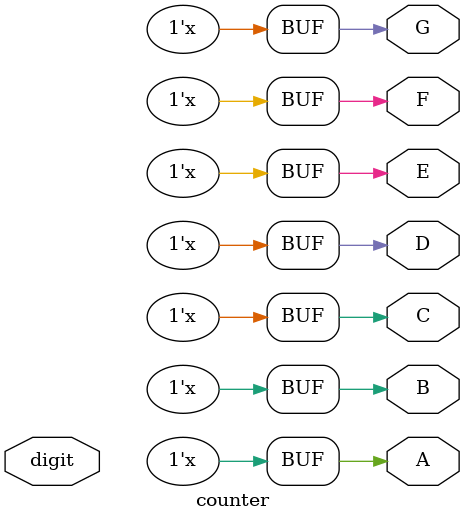
<source format=v>
`timescale 1ns / 1ps

 // Basically an encoder for our display! (I think)
module counter(
input [7:0] digit,
output  reg  A,
output reg B,
output reg C,
output reg D,
output reg E,
output reg F,
output reg G
    );

reg [6:0] encde = 7'b0000000; 

always@ (digit) begin
    case(digit)
        8'b00000000 : encde <= 7'b1111110;//0 //I believe this turns our 8 digit binary score into one that can be read on 7 screens
        8'b00000001 : encde <= 7'b0110000;//1
        8'b00000010 : encde <= 7'b1101101;//2
        8'b00000011 : encde <= 7'b1111001;//3
        8'b00000100 : encde <= 7'b0110011;//4       
        8'b00000101 : encde <= 7'b1011011;//5
        8'b00000110 : encde <= 7'b1011111;//6
        8'b00000111 : encde <= 7'b1110000;//7
        8'b00001000 : encde <= 7'b1111111;//8
        8'b00001001 : encde <= 7'b1111011;//9
        8'b00001010 : encde <= 7'b1011011;//S
        8'b00001100 : encde <= 7'b1001110;//C
        8'b00001011 : encde <= 7'b1000110;//R
        8'b00001110 : encde <= 7'b1001111;//E
        8'b00010001 : encde <= 7'b0001110;//L
        8'b11111110 : encde <= 7'b0000001;//minus
        8'b11111111 : encde <= 7'b0000000;//empty
        endcase

   A = ~encde[6];
   B = ~encde[5];
   C = ~encde[4];
   D = ~encde[3];
   E = ~encde[2];
   F = ~encde[1];
   G = ~encde[0];
end
endmodule

</source>
